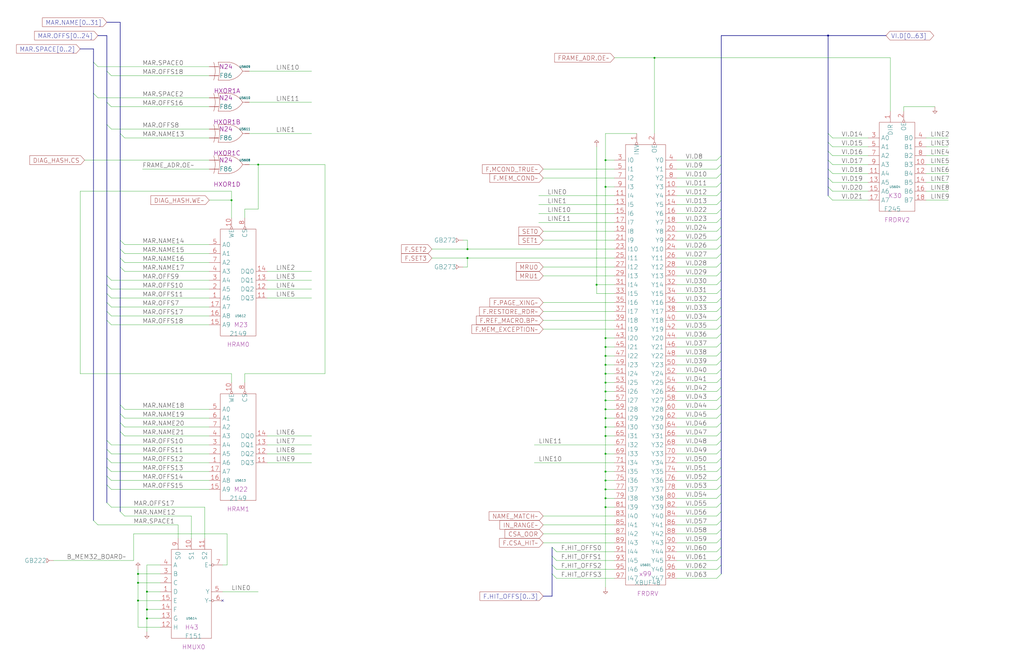
<source format=kicad_sch>
(kicad_sch (version 20220126) (generator eeschema)
  (paper "User" 584.2 378.46)
  (title_block (title "HASH FUNCTION / FRAME DRIVER") (date "20-MAR-90") (rev "1.0") (comment 1 "FIU") (comment 2 "232-003065") (comment 3 "S400") (comment 4 "RELEASED"))
  (lib_symbols
    (symbol "r1000:2149" (pin_names (offset 1.016))
      (property "Reference" "U" (at 2.54 5.08 0))
      (property "Value" "2149" (at -3.81 -5.08 0))
      (property "Location" "___" (at -1.27 0 0))
      (property "Name" "______" (at 1.27 -12.7 0))
      (symbol "2149_1_1"
        (pin input line (at -15.24 15.24 0) (length 6.35) (name "A6") (number "1"))
        (pin input line (at -2.54 60.96 270) (length 5.08) (name "WE") (number "10"))
        (pin bidirectional line (at 17.78 15.24 180) (length 6.35) (name "DQ3") (number "11"))
        (pin bidirectional line (at 17.78 20.32 180) (length 6.35) (name "DQ2") (number "12"))
        (pin bidirectional line (at 17.78 25.4 180) (length 6.35) (name "DQ1") (number "13"))
        (pin bidirectional line (at 17.78 30.48 180) (length 6.35) (name "DQ0") (number "14"))
        (pin input line (at -15.24 0 0) (length 6.35) (name "A9") (number "15"))
        (pin input line (at -15.24 5.08 0) (length 6.35) (name "A8") (number "16"))
        (pin input line (at -15.24 10.16 0) (length 6.35) (name "A7") (number "17"))
        (pin input line (at -15.24 20.32 0) (length 6.35) (name "A5") (number "2"))
        (pin input line (at -15.24 25.4 0) (length 6.35) (name "A4") (number "3"))
        (pin input line (at -15.24 30.48 0) (length 6.35) (name "A3") (number "4"))
        (pin input line (at -15.24 45.72 0) (length 6.35) (name "A0") (number "5"))
        (pin input line (at -15.24 40.64 0) (length 6.35) (name "A1") (number "6"))
        (pin input line (at -15.24 35.56 0) (length 6.35) (name "A2") (number "7"))
        (pin input line (at 5.08 60.96 270) (length 5.08) (name "CS") (number "8"))
      )
    )
    (symbol "r1000:F151" (pin_names (offset 1.016))
      (property "Reference" "U" (at 2.54 5.08 0))
      (property "Value" "F151" (at -1.27 -5.08 0))
      (property "Location" "___" (at -1.27 0 0))
      (property "Name" "______" (at 3.81 -12.7 0))
      (symbol "F151_1_1"
        (pin input line (at -15.24 20.32 0) (length 6.35) (name "D") (number "1"))
        (pin input line (at 2.54 50.8 270) (length 6.35) (name "S1") (number "10"))
        (pin input line (at 10.16 50.8 270) (length 6.35) (name "S2") (number "11"))
        (pin input line (at -15.24 0 0) (length 6.35) (name "H") (number "12"))
        (pin input line (at -15.24 5.08 0) (length 6.35) (name "G") (number "13"))
        (pin input line (at -15.24 10.16 0) (length 6.35) (name "F") (number "14"))
        (pin input line (at -15.24 15.24 0) (length 6.35) (name "E") (number "15"))
        (pin input line (at -15.24 25.4 0) (length 6.35) (name "C") (number "2"))
        (pin input line (at -15.24 30.48 0) (length 6.35) (name "B") (number "3"))
        (pin input line (at -15.24 35.56 0) (length 6.35) (name "A") (number "4"))
        (pin output line (at 20.32 20.32 180) (length 6.35) (name "Y") (number "5"))
        (pin output line (at 20.32 15.24 180) (length 5.08) (name "Y~") (number "6"))
        (pin input line (at 20.32 35.56 180) (length 5.08) (name "E~") (number "7"))
        (pin input line (at -5.08 50.8 270) (length 6.35) (name "S0") (number "9"))
      )
    )
    (symbol "r1000:F245" (pin_names (offset 1.016))
      (property "Reference" "U" (at 2.54 5.08 0))
      (property "Value" "F245" (at -3.81 -7.62 0))
      (property "Location" "___" (at -1.27 0 0))
      (property "Name" "______" (at 3.81 -15.24 0))
      (symbol "F245_1_1"
        (pin input line (at 0 48.26 270) (length 6.35) (name "DIR") (number "1"))
        (pin bidirectional line (at 20.32 17.78 180) (length 6.35) (name "B3") (number "10"))
        (pin bidirectional line (at -12.7 12.7 0) (length 6.35) (name "A4") (number "11"))
        (pin bidirectional line (at 20.32 12.7 180) (length 6.35) (name "B4") (number "12"))
        (pin bidirectional line (at -12.7 7.62 0) (length 6.35) (name "A5") (number "13"))
        (pin bidirectional line (at 20.32 7.62 180) (length 6.35) (name "B5") (number "14"))
        (pin bidirectional line (at -12.7 2.54 0) (length 6.35) (name "A6") (number "15"))
        (pin bidirectional line (at 20.32 2.54 180) (length 6.35) (name "B6") (number "16"))
        (pin bidirectional line (at -12.7 -2.54 0) (length 6.35) (name "A7") (number "17"))
        (pin bidirectional line (at 20.32 -2.54 180) (length 6.35) (name "B7") (number "18"))
        (pin input line (at 7.62 48.26 270) (length 5.08) (name "OE") (number "2"))
        (pin bidirectional line (at -12.7 33.02 0) (length 6.35) (name "A0") (number "3"))
        (pin bidirectional line (at 20.32 33.02 180) (length 6.35) (name "B0") (number "4"))
        (pin bidirectional line (at -12.7 27.94 0) (length 6.35) (name "A1") (number "5"))
        (pin bidirectional line (at 20.32 27.94 180) (length 6.35) (name "B1") (number "6"))
        (pin bidirectional line (at -12.7 22.86 0) (length 6.35) (name "A2") (number "7"))
        (pin bidirectional line (at 20.32 22.86 180) (length 6.35) (name "B2") (number "8"))
        (pin bidirectional line (at -12.7 17.78 0) (length 6.35) (name "A3") (number "9"))
      )
    )
    (symbol "r1000:F86" (pin_numbers hide) (pin_names hide)
      (property "Reference" "U" (at 12.7 2.54 0))
      (property "Value" "F86" (at 1.905 -2.54 0))
      (property "Location" "___" (at 1.905 2.54 0))
      (property "Name" "______" (at 2.54 -12.7 0))
      (symbol "F86_1_1"
        (pin input line (at -7.62 2.54 0) (length 5.08) (name "D0") (number "1"))
        (pin input line (at -7.62 -2.54 0) (length 5.08) (name "D1") (number "2"))
        (pin output line (at 15.24 0 180) (length 2.54) (name "Q") (number "3"))
      )
    )
    (symbol "r1000:GB" (pin_numbers hide) (pin_names (offset 0) hide)
      (property "Reference" "GB" (at 3.81 0 0))
      (symbol "GB_1_1"
        (pin bidirectional line (at 0 0 0) (length 2.54) (name "") (number "1"))
      )
    )
    (symbol "r1000:PD" (power) (pin_numbers hide) (pin_names hide) (in_bom no)
      (symbol "PD_1_1"
        (pin power_in line (at 0 0 270) (length 2.54) (name "PD") (number "1"))
      )
    )
    (symbol "r1000:PU" (power) (pin_numbers hide) (pin_names hide)
      (symbol "PU_1_1"
        (pin power_in line (at 0 0 90) (length 2.54) (name "PU") (number "1"))
      )
    )
    (symbol "r1000:XBUF48" (pin_names (offset 1.016))
      (property "Reference" "U" (at 2.54 5.08 0))
      (property "Value" "XBUF48" (at -3.81 -5.08 0))
      (property "Location" "___" (at -1.27 0 0))
      (property "Name" "______" (at 3.81 -12.7 0))
      (symbol "XBUF48_1_1"
        (pin input line (at -2.54 251.46 270) (length 5.08) (name "INV") (number "1"))
        (pin tri_state line (at 20.32 220.98 180) (length 6.35) (name "Y3") (number "10"))
        (pin input line (at -15.24 215.9 0) (length 6.35) (name "I4") (number "11"))
        (pin tri_state line (at 20.32 215.9 180) (length 6.35) (name "Y4") (number "12"))
        (pin input line (at -15.24 210.82 0) (length 6.35) (name "I5") (number "13"))
        (pin tri_state line (at 20.32 210.82 180) (length 6.35) (name "Y5") (number "14"))
        (pin input line (at -15.24 205.74 0) (length 6.35) (name "I6") (number "15"))
        (pin tri_state line (at 20.32 205.74 180) (length 6.35) (name "Y6") (number "16"))
        (pin input line (at -15.24 200.66 0) (length 6.35) (name "I7") (number "17"))
        (pin tri_state line (at 20.32 200.66 180) (length 6.35) (name "Y7") (number "18"))
        (pin input line (at -15.24 195.58 0) (length 6.35) (name "I8") (number "19"))
        (pin input line (at 7.62 251.46 270) (length 5.08) (name "OE") (number "2"))
        (pin tri_state line (at 20.32 195.58 180) (length 6.35) (name "Y8") (number "20"))
        (pin input line (at -15.24 190.5 0) (length 6.35) (name "I9") (number "21"))
        (pin tri_state line (at 20.32 190.5 180) (length 6.35) (name "Y9") (number "22"))
        (pin input line (at -15.24 185.42 0) (length 6.35) (name "I10") (number "23"))
        (pin tri_state line (at 20.32 185.42 180) (length 6.35) (name "Y10") (number "24"))
        (pin input line (at -15.24 180.34 0) (length 6.35) (name "I11") (number "25"))
        (pin tri_state line (at 20.32 180.34 180) (length 6.35) (name "Y11") (number "26"))
        (pin input line (at -15.24 175.26 0) (length 6.35) (name "I12") (number "27"))
        (pin tri_state line (at 20.32 175.26 180) (length 6.35) (name "Y12") (number "28"))
        (pin input line (at -15.24 170.18 0) (length 6.35) (name "I13") (number "29"))
        (pin input line (at -15.24 236.22 0) (length 6.35) (name "I0") (number "3"))
        (pin tri_state line (at 20.32 170.18 180) (length 6.35) (name "Y13") (number "30"))
        (pin input line (at -15.24 165.1 0) (length 6.35) (name "I14") (number "31"))
        (pin tri_state line (at 20.32 165.1 180) (length 6.35) (name "Y14") (number "32"))
        (pin input line (at -15.24 160.02 0) (length 6.35) (name "I15") (number "33"))
        (pin tri_state line (at 20.32 160.02 180) (length 6.35) (name "Y15") (number "34"))
        (pin input line (at -15.24 154.94 0) (length 6.35) (name "I16") (number "35"))
        (pin tri_state line (at 20.32 154.94 180) (length 6.35) (name "Y16") (number "36"))
        (pin input line (at -15.24 149.86 0) (length 6.35) (name "I17") (number "37"))
        (pin tri_state line (at 20.32 149.86 180) (length 6.35) (name "Y17") (number "38"))
        (pin input line (at -15.24 144.78 0) (length 6.35) (name "I18") (number "39"))
        (pin tri_state line (at 20.32 236.22 180) (length 6.35) (name "Y0") (number "4"))
        (pin tri_state line (at 20.32 144.78 180) (length 6.35) (name "Y18") (number "40"))
        (pin input line (at -15.24 139.7 0) (length 6.35) (name "I19") (number "41"))
        (pin tri_state line (at 20.32 139.7 180) (length 6.35) (name "Y19") (number "42"))
        (pin input line (at -15.24 134.62 0) (length 6.35) (name "I20") (number "43"))
        (pin tri_state line (at 20.32 134.62 180) (length 6.35) (name "Y20") (number "44"))
        (pin input line (at -15.24 129.54 0) (length 6.35) (name "I21") (number "45"))
        (pin tri_state line (at 20.32 129.54 180) (length 6.35) (name "Y21") (number "46"))
        (pin input line (at -15.24 124.46 0) (length 6.35) (name "I22") (number "47"))
        (pin tri_state line (at 20.32 124.46 180) (length 6.35) (name "Y22") (number "48"))
        (pin input line (at -15.24 119.38 0) (length 6.35) (name "I23") (number "49"))
        (pin input line (at -15.24 231.14 0) (length 6.35) (name "I1") (number "5"))
        (pin tri_state line (at 20.32 119.38 180) (length 6.35) (name "Y23") (number "50"))
        (pin input line (at -15.24 114.3 0) (length 6.35) (name "I24") (number "51"))
        (pin tri_state line (at 20.32 114.3 180) (length 6.35) (name "Y24") (number "52"))
        (pin input line (at -15.24 109.22 0) (length 6.35) (name "I25") (number "53"))
        (pin tri_state line (at 20.32 109.22 180) (length 6.35) (name "Y25") (number "54"))
        (pin input line (at -15.24 104.14 0) (length 6.35) (name "I26") (number "55"))
        (pin tri_state line (at 20.32 104.14 180) (length 6.35) (name "Y26") (number "56"))
        (pin input line (at -15.24 99.06 0) (length 6.35) (name "I27") (number "57"))
        (pin tri_state line (at 20.32 99.06 180) (length 6.35) (name "Y27") (number "58"))
        (pin input line (at -15.24 93.98 0) (length 6.35) (name "I28") (number "59"))
        (pin tri_state line (at 20.32 231.14 180) (length 6.35) (name "Y1") (number "6"))
        (pin tri_state line (at 20.32 93.98 180) (length 6.35) (name "Y28") (number "60"))
        (pin input line (at -15.24 88.9 0) (length 6.35) (name "I29") (number "61"))
        (pin tri_state line (at 20.32 88.9 180) (length 6.35) (name "Y29") (number "62"))
        (pin input line (at -15.24 83.82 0) (length 6.35) (name "I30") (number "63"))
        (pin tri_state line (at 20.32 83.82 180) (length 6.35) (name "Y30") (number "64"))
        (pin input line (at -15.24 78.74 0) (length 6.35) (name "I31") (number "65"))
        (pin tri_state line (at 20.32 78.74 180) (length 6.35) (name "Y31") (number "66"))
        (pin input line (at -15.24 73.66 0) (length 6.35) (name "I32") (number "67"))
        (pin tri_state line (at 20.32 73.66 180) (length 6.35) (name "Y32") (number "68"))
        (pin input line (at -15.24 68.58 0) (length 6.35) (name "I33") (number "69"))
        (pin input line (at -15.24 226.06 0) (length 6.35) (name "I2") (number "7"))
        (pin tri_state line (at 20.32 68.58 180) (length 6.35) (name "Y33") (number "70"))
        (pin input line (at -15.24 63.5 0) (length 6.35) (name "I34") (number "71"))
        (pin tri_state line (at 20.32 63.5 180) (length 6.35) (name "Y34") (number "72"))
        (pin input line (at -15.24 58.42 0) (length 6.35) (name "I35") (number "73"))
        (pin tri_state line (at 20.32 58.42 180) (length 6.35) (name "Y35") (number "74"))
        (pin input line (at -15.24 53.34 0) (length 6.35) (name "I36") (number "75"))
        (pin tri_state line (at 20.32 53.34 180) (length 6.35) (name "Y36") (number "76"))
        (pin input line (at -15.24 48.26 0) (length 6.35) (name "I37") (number "77"))
        (pin tri_state line (at 20.32 48.26 180) (length 6.35) (name "Y37") (number "78"))
        (pin input line (at -15.24 43.18 0) (length 6.35) (name "I38") (number "79"))
        (pin tri_state line (at 20.32 226.06 180) (length 6.35) (name "Y2") (number "8"))
        (pin tri_state line (at 20.32 43.18 180) (length 6.35) (name "Y38") (number "80"))
        (pin input line (at -15.24 38.1 0) (length 6.35) (name "I39") (number "81"))
        (pin tri_state line (at 20.32 38.1 180) (length 6.35) (name "Y39") (number "82"))
        (pin input line (at -15.24 33.02 0) (length 6.35) (name "I40") (number "83"))
        (pin tri_state line (at 20.32 33.02 180) (length 6.35) (name "Y40") (number "84"))
        (pin input line (at -15.24 27.94 0) (length 6.35) (name "I41") (number "85"))
        (pin tri_state line (at 20.32 27.94 180) (length 6.35) (name "Y41") (number "86"))
        (pin input line (at -15.24 22.86 0) (length 6.35) (name "I42") (number "87"))
        (pin tri_state line (at 20.32 22.86 180) (length 6.35) (name "Y42") (number "88"))
        (pin input line (at -15.24 17.78 0) (length 6.35) (name "I43") (number "89"))
        (pin input line (at -15.24 220.98 0) (length 6.35) (name "I3") (number "9"))
        (pin tri_state line (at 20.32 17.78 180) (length 6.35) (name "Y43") (number "90"))
        (pin input line (at -15.24 12.7 0) (length 6.35) (name "I44") (number "91"))
        (pin tri_state line (at 20.32 12.7 180) (length 6.35) (name "Y44") (number "92"))
        (pin input line (at -15.24 7.62 0) (length 6.35) (name "I45") (number "93"))
        (pin tri_state line (at 20.32 7.62 180) (length 6.35) (name "Y45") (number "94"))
        (pin input line (at -15.24 2.54 0) (length 6.35) (name "I46") (number "95"))
        (pin tri_state line (at 20.32 2.54 180) (length 6.35) (name "Y46") (number "96"))
        (pin input line (at -15.24 -2.54 0) (length 6.35) (name "I47") (number "97"))
        (pin tri_state line (at 20.32 -2.54 180) (length 6.35) (name "Y47") (number "98"))
      )
    )
  )
  (bus (pts (xy 314.96 312.42) (xy 314.96 317.5)))
  (bus (pts (xy 314.96 317.5) (xy 314.96 322.58)))
  (bus (pts (xy 314.96 322.58) (xy 314.96 327.66)))
  (bus (pts (xy 314.96 327.66) (xy 314.96 340.36)))
  (bus (pts (xy 314.96 340.36) (xy 309.88 340.36)))
  (bus (pts (xy 411.48 104.14) (xy 411.48 109.22)))
  (bus (pts (xy 411.48 109.22) (xy 411.48 114.3)))
  (bus (pts (xy 411.48 114.3) (xy 411.48 119.38)))
  (bus (pts (xy 411.48 119.38) (xy 411.48 124.46)))
  (bus (pts (xy 411.48 129.54) (xy 411.48 124.46)))
  (bus (pts (xy 411.48 134.62) (xy 411.48 129.54)))
  (bus (pts (xy 411.48 139.7) (xy 411.48 134.62)))
  (bus (pts (xy 411.48 144.78) (xy 411.48 139.7)))
  (bus (pts (xy 411.48 149.86) (xy 411.48 144.78)))
  (bus (pts (xy 411.48 154.94) (xy 411.48 149.86)))
  (bus (pts (xy 411.48 160.02) (xy 411.48 154.94)))
  (bus (pts (xy 411.48 165.1) (xy 411.48 160.02)))
  (bus (pts (xy 411.48 170.18) (xy 411.48 165.1)))
  (bus (pts (xy 411.48 175.26) (xy 411.48 170.18)))
  (bus (pts (xy 411.48 180.34) (xy 411.48 175.26)))
  (bus (pts (xy 411.48 185.42) (xy 411.48 180.34)))
  (bus (pts (xy 411.48 190.5) (xy 411.48 185.42)))
  (bus (pts (xy 411.48 195.58) (xy 411.48 190.5)))
  (bus (pts (xy 411.48 20.32) (xy 472.44 20.32)))
  (bus (pts (xy 411.48 200.66) (xy 411.48 195.58)))
  (bus (pts (xy 411.48 205.74) (xy 411.48 200.66)))
  (bus (pts (xy 411.48 210.82) (xy 411.48 205.74)))
  (bus (pts (xy 411.48 210.82) (xy 411.48 215.9)))
  (bus (pts (xy 411.48 220.98) (xy 411.48 215.9)))
  (bus (pts (xy 411.48 226.06) (xy 411.48 220.98)))
  (bus (pts (xy 411.48 226.06) (xy 411.48 231.14)))
  (bus (pts (xy 411.48 231.14) (xy 411.48 236.22)))
  (bus (pts (xy 411.48 236.22) (xy 411.48 241.3)))
  (bus (pts (xy 411.48 241.3) (xy 411.48 246.38)))
  (bus (pts (xy 411.48 251.46) (xy 411.48 246.38)))
  (bus (pts (xy 411.48 256.54) (xy 411.48 251.46)))
  (bus (pts (xy 411.48 261.62) (xy 411.48 256.54)))
  (bus (pts (xy 411.48 266.7) (xy 411.48 261.62)))
  (bus (pts (xy 411.48 271.78) (xy 411.48 266.7)))
  (bus (pts (xy 411.48 276.86) (xy 411.48 271.78)))
  (bus (pts (xy 411.48 281.94) (xy 411.48 276.86)))
  (bus (pts (xy 411.48 287.02) (xy 411.48 281.94)))
  (bus (pts (xy 411.48 292.1) (xy 411.48 287.02)))
  (bus (pts (xy 411.48 297.18) (xy 411.48 292.1)))
  (bus (pts (xy 411.48 302.26) (xy 411.48 297.18)))
  (bus (pts (xy 411.48 307.34) (xy 411.48 302.26)))
  (bus (pts (xy 411.48 312.42) (xy 411.48 307.34)))
  (bus (pts (xy 411.48 317.5) (xy 411.48 312.42)))
  (bus (pts (xy 411.48 322.58) (xy 411.48 317.5)))
  (bus (pts (xy 411.48 327.66) (xy 411.48 322.58)))
  (bus (pts (xy 411.48 88.9) (xy 411.48 20.32)))
  (bus (pts (xy 411.48 88.9) (xy 411.48 93.98)))
  (bus (pts (xy 411.48 93.98) (xy 411.48 99.06)))
  (bus (pts (xy 411.48 99.06) (xy 411.48 104.14)))
  (bus (pts (xy 45.72 27.94) (xy 53.34 27.94)))
  (bus (pts (xy 472.44 101.6) (xy 472.44 106.68)))
  (bus (pts (xy 472.44 106.68) (xy 472.44 111.76)))
  (bus (pts (xy 472.44 20.32) (xy 472.44 76.2)))
  (bus (pts (xy 472.44 20.32) (xy 505.46 20.32)))
  (bus (pts (xy 472.44 76.2) (xy 472.44 81.28)))
  (bus (pts (xy 472.44 81.28) (xy 472.44 86.36)))
  (bus (pts (xy 472.44 86.36) (xy 472.44 91.44)))
  (bus (pts (xy 472.44 91.44) (xy 472.44 96.52)))
  (bus (pts (xy 472.44 96.52) (xy 472.44 101.6)))
  (bus (pts (xy 53.34 27.94) (xy 53.34 35.56)))
  (bus (pts (xy 53.34 35.56) (xy 53.34 53.34)))
  (bus (pts (xy 53.34 53.34) (xy 53.34 297.18)))
  (bus (pts (xy 55.88 20.32) (xy 60.96 20.32)))
  (bus (pts (xy 60.96 12.7) (xy 68.58 12.7)))
  (bus (pts (xy 60.96 157.48) (xy 60.96 162.56)))
  (bus (pts (xy 60.96 162.56) (xy 60.96 167.64)))
  (bus (pts (xy 60.96 167.64) (xy 60.96 172.72)))
  (bus (pts (xy 60.96 172.72) (xy 60.96 177.8)))
  (bus (pts (xy 60.96 177.8) (xy 60.96 182.88)))
  (bus (pts (xy 60.96 182.88) (xy 60.96 251.46)))
  (bus (pts (xy 60.96 20.32) (xy 60.96 40.64)))
  (bus (pts (xy 60.96 251.46) (xy 60.96 256.54)))
  (bus (pts (xy 60.96 256.54) (xy 60.96 261.62)))
  (bus (pts (xy 60.96 261.62) (xy 60.96 266.7)))
  (bus (pts (xy 60.96 266.7) (xy 60.96 271.78)))
  (bus (pts (xy 60.96 271.78) (xy 60.96 276.86)))
  (bus (pts (xy 60.96 276.86) (xy 60.96 287.02)))
  (bus (pts (xy 60.96 40.64) (xy 60.96 58.42)))
  (bus (pts (xy 60.96 58.42) (xy 60.96 71.12)))
  (bus (pts (xy 60.96 71.12) (xy 60.96 157.48)))
  (bus (pts (xy 68.58 12.7) (xy 68.58 76.2)))
  (bus (pts (xy 68.58 137.16) (xy 68.58 142.24)))
  (bus (pts (xy 68.58 142.24) (xy 68.58 147.32)))
  (bus (pts (xy 68.58 147.32) (xy 68.58 152.4)))
  (bus (pts (xy 68.58 152.4) (xy 68.58 231.14)))
  (bus (pts (xy 68.58 231.14) (xy 68.58 236.22)))
  (bus (pts (xy 68.58 236.22) (xy 68.58 241.3)))
  (bus (pts (xy 68.58 241.3) (xy 68.58 246.38)))
  (bus (pts (xy 68.58 246.38) (xy 68.58 292.1)))
  (bus (pts (xy 68.58 76.2) (xy 68.58 137.16)))
  (wire (pts (xy 101.6 299.72) (xy 55.88 299.72)))
  (wire (pts (xy 101.6 307.34) (xy 101.6 299.72)))
  (wire (pts (xy 109.22 294.64) (xy 71.12 294.64)))
  (wire (pts (xy 109.22 307.34) (xy 109.22 294.64)))
  (wire (pts (xy 116.84 289.56) (xy 63.5 289.56)))
  (wire (pts (xy 116.84 307.34) (xy 116.84 289.56)))
  (wire (pts (xy 119.38 114.3) (xy 132.08 114.3)))
  (wire (pts (xy 127 337.82) (xy 147.32 337.82)))
  (wire (pts (xy 129.54 304.8) (xy 129.54 322.58)))
  (wire (pts (xy 129.54 322.58) (xy 127 322.58)))
  (wire (pts (xy 132.08 109.22) (xy 132.08 114.3)))
  (wire (pts (xy 132.08 114.3) (xy 132.08 124.46)))
  (wire (pts (xy 132.08 213.36) (xy 45.72 213.36)))
  (wire (pts (xy 132.08 218.44) (xy 132.08 213.36)))
  (wire (pts (xy 139.7 119.38) (xy 139.7 124.46)))
  (wire (pts (xy 139.7 213.36) (xy 185.42 213.36)))
  (wire (pts (xy 139.7 218.44) (xy 139.7 213.36)))
  (wire (pts (xy 142.24 40.64) (xy 177.8 40.64)))
  (wire (pts (xy 142.24 58.42) (xy 177.8 58.42)))
  (wire (pts (xy 142.24 76.2) (xy 177.8 76.2)))
  (wire (pts (xy 142.24 93.98) (xy 147.32 93.98)))
  (wire (pts (xy 147.32 119.38) (xy 139.7 119.38)))
  (wire (pts (xy 147.32 93.98) (xy 147.32 119.38)))
  (wire (pts (xy 152.4 154.94) (xy 177.8 154.94)))
  (wire (pts (xy 152.4 160.02) (xy 177.8 160.02)))
  (wire (pts (xy 152.4 165.1) (xy 177.8 165.1)))
  (wire (pts (xy 152.4 170.18) (xy 177.8 170.18)))
  (wire (pts (xy 152.4 248.92) (xy 177.8 248.92)))
  (wire (pts (xy 152.4 254) (xy 177.8 254)))
  (wire (pts (xy 152.4 259.08) (xy 177.8 259.08)))
  (wire (pts (xy 152.4 264.16) (xy 177.8 264.16)))
  (wire (pts (xy 185.42 213.36) (xy 185.42 93.98)))
  (wire (pts (xy 185.42 93.98) (xy 147.32 93.98)))
  (wire (pts (xy 246.38 142.24) (xy 266.7 142.24)))
  (wire (pts (xy 246.38 147.32) (xy 266.7 147.32)))
  (wire (pts (xy 264.16 137.16) (xy 266.7 137.16)))
  (wire (pts (xy 264.16 152.4) (xy 266.7 152.4)))
  (wire (pts (xy 266.7 142.24) (xy 266.7 137.16)))
  (wire (pts (xy 266.7 142.24) (xy 350.52 142.24)))
  (wire (pts (xy 266.7 147.32) (xy 266.7 152.4)))
  (wire (pts (xy 266.7 147.32) (xy 350.52 147.32)))
  (wire (pts (xy 30.48 320.04) (xy 76.2 320.04)))
  (wire (pts (xy 304.8 254) (xy 350.52 254)))
  (wire (pts (xy 304.8 264.16) (xy 350.52 264.16)))
  (wire (pts (xy 307.34 111.76) (xy 350.52 111.76)))
  (wire (pts (xy 307.34 116.84) (xy 350.52 116.84)))
  (wire (pts (xy 307.34 121.92) (xy 350.52 121.92)))
  (wire (pts (xy 307.34 127) (xy 350.52 127)))
  (wire (pts (xy 309.88 101.6) (xy 350.52 101.6)))
  (wire (pts (xy 309.88 132.08) (xy 350.52 132.08)))
  (wire (pts (xy 309.88 137.16) (xy 350.52 137.16)))
  (wire (pts (xy 309.88 152.4) (xy 350.52 152.4)))
  (wire (pts (xy 309.88 157.48) (xy 350.52 157.48)))
  (wire (pts (xy 309.88 172.72) (xy 350.52 172.72)))
  (wire (pts (xy 309.88 177.8) (xy 350.52 177.8)))
  (wire (pts (xy 309.88 182.88) (xy 350.52 182.88)))
  (wire (pts (xy 309.88 187.96) (xy 350.52 187.96)))
  (wire (pts (xy 309.88 294.64) (xy 350.52 294.64)))
  (wire (pts (xy 309.88 299.72) (xy 350.52 299.72)))
  (wire (pts (xy 309.88 304.8) (xy 350.52 304.8)))
  (wire (pts (xy 309.88 309.88) (xy 350.52 309.88)))
  (wire (pts (xy 309.88 96.52) (xy 350.52 96.52)))
  (wire (pts (xy 317.5 314.96) (xy 350.52 314.96)))
  (wire (pts (xy 317.5 320.04) (xy 350.52 320.04)))
  (wire (pts (xy 317.5 325.12) (xy 350.52 325.12)))
  (wire (pts (xy 317.5 330.2) (xy 350.52 330.2)))
  (wire (pts (xy 340.36 167.64) (xy 340.36 162.56)))
  (wire (pts (xy 340.36 167.64) (xy 350.52 167.64)))
  (wire (pts (xy 340.36 83.82) (xy 340.36 162.56)))
  (wire (pts (xy 345.44 106.68) (xy 345.44 193.04)))
  (wire (pts (xy 345.44 106.68) (xy 350.52 106.68)))
  (wire (pts (xy 345.44 193.04) (xy 345.44 198.12)))
  (wire (pts (xy 345.44 198.12) (xy 345.44 203.2)))
  (wire (pts (xy 345.44 198.12) (xy 350.52 198.12)))
  (wire (pts (xy 345.44 203.2) (xy 345.44 208.28)))
  (wire (pts (xy 345.44 203.2) (xy 350.52 203.2)))
  (wire (pts (xy 345.44 208.28) (xy 350.52 208.28)))
  (wire (pts (xy 345.44 213.36) (xy 345.44 208.28)))
  (wire (pts (xy 345.44 213.36) (xy 345.44 218.44)))
  (wire (pts (xy 345.44 218.44) (xy 345.44 223.52)))
  (wire (pts (xy 345.44 218.44) (xy 350.52 218.44)))
  (wire (pts (xy 345.44 223.52) (xy 345.44 228.6)))
  (wire (pts (xy 345.44 223.52) (xy 350.52 223.52)))
  (wire (pts (xy 345.44 228.6) (xy 345.44 233.68)))
  (wire (pts (xy 345.44 228.6) (xy 350.52 228.6)))
  (wire (pts (xy 345.44 233.68) (xy 345.44 238.76)))
  (wire (pts (xy 345.44 233.68) (xy 350.52 233.68)))
  (wire (pts (xy 345.44 238.76) (xy 345.44 243.84)))
  (wire (pts (xy 345.44 238.76) (xy 350.52 238.76)))
  (wire (pts (xy 345.44 243.84) (xy 345.44 248.92)))
  (wire (pts (xy 345.44 243.84) (xy 350.52 243.84)))
  (wire (pts (xy 345.44 248.92) (xy 345.44 259.08)))
  (wire (pts (xy 345.44 248.92) (xy 350.52 248.92)))
  (wire (pts (xy 345.44 259.08) (xy 345.44 269.24)))
  (wire (pts (xy 345.44 259.08) (xy 350.52 259.08)))
  (wire (pts (xy 345.44 269.24) (xy 345.44 274.32)))
  (wire (pts (xy 345.44 269.24) (xy 350.52 269.24)))
  (wire (pts (xy 345.44 274.32) (xy 345.44 279.4)))
  (wire (pts (xy 345.44 274.32) (xy 350.52 274.32)))
  (wire (pts (xy 345.44 279.4) (xy 345.44 284.48)))
  (wire (pts (xy 345.44 279.4) (xy 350.52 279.4)))
  (wire (pts (xy 345.44 284.48) (xy 345.44 289.56)))
  (wire (pts (xy 345.44 284.48) (xy 350.52 284.48)))
  (wire (pts (xy 345.44 289.56) (xy 350.52 289.56)))
  (wire (pts (xy 345.44 335.28) (xy 345.44 289.56)))
  (wire (pts (xy 345.44 76.2) (xy 363.22 76.2)))
  (wire (pts (xy 345.44 91.44) (xy 345.44 106.68)))
  (wire (pts (xy 345.44 91.44) (xy 345.44 76.2)))
  (wire (pts (xy 350.52 162.56) (xy 340.36 162.56)))
  (wire (pts (xy 350.52 193.04) (xy 345.44 193.04)))
  (wire (pts (xy 350.52 213.36) (xy 345.44 213.36)))
  (wire (pts (xy 350.52 33.02) (xy 373.38 33.02)))
  (wire (pts (xy 350.52 91.44) (xy 345.44 91.44)))
  (wire (pts (xy 373.38 33.02) (xy 373.38 76.2)))
  (wire (pts (xy 373.38 33.02) (xy 508 33.02)))
  (wire (pts (xy 386.08 101.6) (xy 408.94 101.6)))
  (wire (pts (xy 386.08 106.68) (xy 408.94 106.68)))
  (wire (pts (xy 386.08 111.76) (xy 408.94 111.76)))
  (wire (pts (xy 386.08 116.84) (xy 408.94 116.84)))
  (wire (pts (xy 386.08 121.92) (xy 408.94 121.92)))
  (wire (pts (xy 386.08 127) (xy 408.94 127)))
  (wire (pts (xy 386.08 132.08) (xy 408.94 132.08)))
  (wire (pts (xy 386.08 137.16) (xy 408.94 137.16)))
  (wire (pts (xy 386.08 142.24) (xy 408.94 142.24)))
  (wire (pts (xy 386.08 147.32) (xy 408.94 147.32)))
  (wire (pts (xy 386.08 152.4) (xy 408.94 152.4)))
  (wire (pts (xy 386.08 157.48) (xy 408.94 157.48)))
  (wire (pts (xy 386.08 162.56) (xy 408.94 162.56)))
  (wire (pts (xy 386.08 167.64) (xy 408.94 167.64)))
  (wire (pts (xy 386.08 172.72) (xy 408.94 172.72)))
  (wire (pts (xy 386.08 177.8) (xy 408.94 177.8)))
  (wire (pts (xy 386.08 182.88) (xy 408.94 182.88)))
  (wire (pts (xy 386.08 187.96) (xy 408.94 187.96)))
  (wire (pts (xy 386.08 193.04) (xy 408.94 193.04)))
  (wire (pts (xy 386.08 198.12) (xy 408.94 198.12)))
  (wire (pts (xy 386.08 203.2) (xy 408.94 203.2)))
  (wire (pts (xy 386.08 208.28) (xy 408.94 208.28)))
  (wire (pts (xy 386.08 213.36) (xy 408.94 213.36)))
  (wire (pts (xy 386.08 218.44) (xy 408.94 218.44)))
  (wire (pts (xy 386.08 223.52) (xy 408.94 223.52)))
  (wire (pts (xy 386.08 228.6) (xy 408.94 228.6)))
  (wire (pts (xy 386.08 233.68) (xy 408.94 233.68)))
  (wire (pts (xy 386.08 238.76) (xy 408.94 238.76)))
  (wire (pts (xy 386.08 243.84) (xy 408.94 243.84)))
  (wire (pts (xy 386.08 248.92) (xy 408.94 248.92)))
  (wire (pts (xy 386.08 254) (xy 408.94 254)))
  (wire (pts (xy 386.08 259.08) (xy 408.94 259.08)))
  (wire (pts (xy 386.08 264.16) (xy 408.94 264.16)))
  (wire (pts (xy 386.08 269.24) (xy 408.94 269.24)))
  (wire (pts (xy 386.08 274.32) (xy 408.94 274.32)))
  (wire (pts (xy 386.08 279.4) (xy 408.94 279.4)))
  (wire (pts (xy 386.08 284.48) (xy 408.94 284.48)))
  (wire (pts (xy 386.08 289.56) (xy 408.94 289.56)))
  (wire (pts (xy 386.08 294.64) (xy 408.94 294.64)))
  (wire (pts (xy 386.08 299.72) (xy 408.94 299.72)))
  (wire (pts (xy 386.08 304.8) (xy 408.94 304.8)))
  (wire (pts (xy 386.08 309.88) (xy 408.94 309.88)))
  (wire (pts (xy 386.08 314.96) (xy 408.94 314.96)))
  (wire (pts (xy 386.08 320.04) (xy 408.94 320.04)))
  (wire (pts (xy 386.08 325.12) (xy 408.94 325.12)))
  (wire (pts (xy 386.08 330.2) (xy 408.94 330.2)))
  (wire (pts (xy 386.08 91.44) (xy 408.94 91.44)))
  (wire (pts (xy 386.08 96.52) (xy 408.94 96.52)))
  (wire (pts (xy 45.72 109.22) (xy 132.08 109.22)))
  (wire (pts (xy 45.72 213.36) (xy 45.72 109.22)))
  (wire (pts (xy 474.98 104.14) (xy 495.3 104.14)))
  (wire (pts (xy 474.98 109.22) (xy 495.3 109.22)))
  (wire (pts (xy 474.98 114.3) (xy 495.3 114.3)))
  (wire (pts (xy 474.98 78.74) (xy 495.3 78.74)))
  (wire (pts (xy 474.98 83.82) (xy 495.3 83.82)))
  (wire (pts (xy 474.98 88.9) (xy 495.3 88.9)))
  (wire (pts (xy 474.98 93.98) (xy 495.3 93.98)))
  (wire (pts (xy 474.98 99.06) (xy 495.3 99.06)))
  (wire (pts (xy 48.26 91.44) (xy 119.38 91.44)))
  (wire (pts (xy 508 33.02) (xy 508 63.5)))
  (wire (pts (xy 515.62 60.96) (xy 533.4 60.96)))
  (wire (pts (xy 515.62 63.5) (xy 515.62 60.96)))
  (wire (pts (xy 528.32 104.14) (xy 541.02 104.14)))
  (wire (pts (xy 528.32 109.22) (xy 541.02 109.22)))
  (wire (pts (xy 528.32 114.3) (xy 541.02 114.3)))
  (wire (pts (xy 528.32 78.74) (xy 541.02 78.74)))
  (wire (pts (xy 528.32 83.82) (xy 541.02 83.82)))
  (wire (pts (xy 528.32 88.9) (xy 541.02 88.9)))
  (wire (pts (xy 528.32 93.98) (xy 541.02 93.98)))
  (wire (pts (xy 528.32 99.06) (xy 541.02 99.06)))
  (wire (pts (xy 55.88 38.1) (xy 119.38 38.1)))
  (wire (pts (xy 55.88 55.88) (xy 119.38 55.88)))
  (wire (pts (xy 63.5 160.02) (xy 119.38 160.02)))
  (wire (pts (xy 63.5 165.1) (xy 119.38 165.1)))
  (wire (pts (xy 63.5 170.18) (xy 119.38 170.18)))
  (wire (pts (xy 63.5 175.26) (xy 119.38 175.26)))
  (wire (pts (xy 63.5 180.34) (xy 119.38 180.34)))
  (wire (pts (xy 63.5 185.42) (xy 119.38 185.42)))
  (wire (pts (xy 63.5 254) (xy 119.38 254)))
  (wire (pts (xy 63.5 259.08) (xy 119.38 259.08)))
  (wire (pts (xy 63.5 264.16) (xy 119.38 264.16)))
  (wire (pts (xy 63.5 269.24) (xy 119.38 269.24)))
  (wire (pts (xy 63.5 274.32) (xy 119.38 274.32)))
  (wire (pts (xy 63.5 279.4) (xy 119.38 279.4)))
  (wire (pts (xy 63.5 43.18) (xy 119.38 43.18)))
  (wire (pts (xy 63.5 60.96) (xy 119.38 60.96)))
  (wire (pts (xy 63.5 73.66) (xy 119.38 73.66)))
  (wire (pts (xy 71.12 139.7) (xy 119.38 139.7)))
  (wire (pts (xy 71.12 144.78) (xy 119.38 144.78)))
  (wire (pts (xy 71.12 149.86) (xy 119.38 149.86)))
  (wire (pts (xy 71.12 154.94) (xy 119.38 154.94)))
  (wire (pts (xy 71.12 233.68) (xy 119.38 233.68)))
  (wire (pts (xy 71.12 238.76) (xy 119.38 238.76)))
  (wire (pts (xy 71.12 243.84) (xy 119.38 243.84)))
  (wire (pts (xy 71.12 248.92) (xy 119.38 248.92)))
  (wire (pts (xy 71.12 78.74) (xy 119.38 78.74)))
  (wire (pts (xy 76.2 304.8) (xy 129.54 304.8)))
  (wire (pts (xy 76.2 320.04) (xy 76.2 304.8)))
  (wire (pts (xy 78.74 327.66) (xy 78.74 325.12)))
  (wire (pts (xy 78.74 327.66) (xy 91.44 327.66)))
  (wire (pts (xy 78.74 332.74) (xy 78.74 327.66)))
  (wire (pts (xy 78.74 332.74) (xy 91.44 332.74)))
  (wire (pts (xy 78.74 342.9) (xy 78.74 332.74)))
  (wire (pts (xy 78.74 358.14) (xy 78.74 342.9)))
  (wire (pts (xy 81.28 96.52) (xy 119.38 96.52)))
  (wire (pts (xy 83.82 322.58) (xy 83.82 337.82)))
  (wire (pts (xy 83.82 337.82) (xy 83.82 347.98)))
  (wire (pts (xy 83.82 337.82) (xy 91.44 337.82)))
  (wire (pts (xy 83.82 347.98) (xy 83.82 353.06)))
  (wire (pts (xy 83.82 347.98) (xy 91.44 347.98)))
  (wire (pts (xy 83.82 353.06) (xy 83.82 360.68)))
  (wire (pts (xy 83.82 353.06) (xy 91.44 353.06)))
  (wire (pts (xy 91.44 322.58) (xy 83.82 322.58)))
  (wire (pts (xy 91.44 342.9) (xy 78.74 342.9)))
  (wire (pts (xy 91.44 358.14) (xy 78.74 358.14)))
  (symbol (lib_id "r1000:GB") (at 30.48 320.04 0) (mirror y) (unit 1)
    (property "Reference" "GB222" (at 26.67 320.04 0) (effects (font (size 2.54 2.54)) (justify left)))
    (property "Value" "GB" (effects hide))
  )
  (label "B_MEM32_BOARD~" (at 38.1 320.04 0) (effects (font (size 2.54 2.54))))
  (global_label "MAR.SPACE[0..2]" (shape input) (at 45.72 27.94 180) (effects (font (size 2.54 2.54))) (property "Intersheet References" "${INTERSHEET_REFS}" (at 9.4464 27.7813 0) (effects (font (size 1.905 1.905)) (justify right))))
  (global_label "DIAG_HASH.CS" (shape input) (at 48.26 91.44 180) (effects (font (size 2.54 2.54))) (property "Intersheet References" "${INTERSHEET_REFS}" (at 16.9454 91.2813 0) (effects (font (size 1.905 1.905)) (justify right))))
  (bus_entry (at 53.34 35.56) (size 2.54 2.54))
  (bus_entry (at 53.34 53.34) (size 2.54 2.54))
  (bus_entry (at 53.34 297.18) (size 2.54 2.54))
  (global_label "MAR.OFFS[0..24]" (shape input) (at 55.88 20.32 180) (effects (font (size 2.54 2.54))) (property "Intersheet References" "${INTERSHEET_REFS}" (at 19.7273 20.1613 0) (effects (font (size 1.905 1.905)) (justify right))))
  (global_label "MAR.NAME[0..31]" (shape input) (at 60.96 12.7 180) (effects (font (size 2.54 2.54))) (property "Intersheet References" "${INTERSHEET_REFS}" (at 24.2026 12.5413 0) (effects (font (size 1.905 1.905)) (justify right))))
  (bus_entry (at 60.96 40.64) (size 2.54 2.54))
  (bus_entry (at 60.96 58.42) (size 2.54 2.54))
  (bus_entry (at 60.96 71.12) (size 2.54 2.54))
  (bus_entry (at 60.96 157.48) (size 2.54 2.54))
  (bus_entry (at 60.96 162.56) (size 2.54 2.54))
  (bus_entry (at 60.96 167.64) (size 2.54 2.54))
  (bus_entry (at 60.96 172.72) (size 2.54 2.54))
  (bus_entry (at 60.96 177.8) (size 2.54 2.54))
  (bus_entry (at 60.96 182.88) (size 2.54 2.54))
  (bus_entry (at 60.96 251.46) (size 2.54 2.54))
  (bus_entry (at 60.96 256.54) (size 2.54 2.54))
  (bus_entry (at 60.96 261.62) (size 2.54 2.54))
  (bus_entry (at 60.96 266.7) (size 2.54 2.54))
  (bus_entry (at 60.96 271.78) (size 2.54 2.54))
  (bus_entry (at 60.96 276.86) (size 2.54 2.54))
  (bus_entry (at 60.96 287.02) (size 2.54 2.54))
  (bus_entry (at 68.58 76.2) (size 2.54 2.54))
  (bus_entry (at 68.58 137.16) (size 2.54 2.54))
  (bus_entry (at 68.58 142.24) (size 2.54 2.54))
  (bus_entry (at 68.58 147.32) (size 2.54 2.54))
  (bus_entry (at 68.58 152.4) (size 2.54 2.54))
  (bus_entry (at 68.58 231.14) (size 2.54 2.54))
  (bus_entry (at 68.58 236.22) (size 2.54 2.54))
  (bus_entry (at 68.58 241.3) (size 2.54 2.54))
  (bus_entry (at 68.58 246.38) (size 2.54 2.54))
  (bus_entry (at 68.58 292.1) (size 2.54 2.54))
  (label "MAR.OFFS17" (at 76.2 289.56 0) (effects (font (size 2.54 2.54))))
  (label "MAR.NAME12" (at 76.2 294.64 0) (effects (font (size 2.54 2.54))))
  (label "MAR.SPACE1" (at 76.2 299.72 0) (effects (font (size 2.54 2.54))))
  (symbol (lib_id "r1000:PU") (at 78.74 325.12 0) (unit 1)
    (property "Reference" "#PWR05607" (effects hide))
    (property "Value" "PU" (effects hide))
  )
  (junction (at 78.74 327.66))
  (junction (at 78.74 332.74))
  (junction (at 78.74 342.9))
  (label "MAR.SPACE0" (at 81.28 38.1 0) (effects (font (size 2.54 2.54))))
  (label "MAR.OFFS18" (at 81.28 43.18 0) (effects (font (size 2.54 2.54))))
  (label "MAR.SPACE2" (at 81.28 55.88 0) (effects (font (size 2.54 2.54))))
  (label "MAR.OFFS16" (at 81.28 60.96 0) (effects (font (size 2.54 2.54))))
  (label "MAR.OFFS8" (at 81.28 73.66 0) (effects (font (size 2.54 2.54))))
  (label "MAR.NAME13" (at 81.28 78.74 0) (effects (font (size 2.54 2.54))))
  (label "FRAME_ADR.OE~" (at 81.28 96.52 0) (effects (font (size 2.54 2.54))))
  (label "MAR.NAME14" (at 81.28 139.7 0) (effects (font (size 2.54 2.54))))
  (label "MAR.NAME15" (at 81.28 144.78 0) (effects (font (size 2.54 2.54))))
  (label "MAR.NAME16" (at 81.28 149.86 0) (effects (font (size 2.54 2.54))))
  (label "MAR.NAME17" (at 81.28 154.94 0) (effects (font (size 2.54 2.54))))
  (label "MAR.OFFS9" (at 81.28 160.02 0) (effects (font (size 2.54 2.54))))
  (label "MAR.OFFS10" (at 81.28 165.1 0) (effects (font (size 2.54 2.54))))
  (label "MAR.OFFS11" (at 81.28 170.18 0) (effects (font (size 2.54 2.54))))
  (label "MAR.OFFS7" (at 81.28 175.26 0) (effects (font (size 2.54 2.54))))
  (label "MAR.OFFS17" (at 81.28 180.34 0) (effects (font (size 2.54 2.54))))
  (label "MAR.OFFS18" (at 81.28 185.42 0) (effects (font (size 2.54 2.54))))
  (label "MAR.NAME18" (at 81.28 233.68 0) (effects (font (size 2.54 2.54))))
  (label "MAR.NAME19" (at 81.28 238.76 0) (effects (font (size 2.54 2.54))))
  (label "MAR.NAME20" (at 81.28 243.84 0) (effects (font (size 2.54 2.54))))
  (label "MAR.NAME21" (at 81.28 248.92 0) (effects (font (size 2.54 2.54))))
  (label "MAR.OFFS10" (at 81.28 254 0) (effects (font (size 2.54 2.54))))
  (label "MAR.OFFS11" (at 81.28 259.08 0) (effects (font (size 2.54 2.54))))
  (label "MAR.OFFS12" (at 81.28 264.16 0) (effects (font (size 2.54 2.54))))
  (label "MAR.OFFS13" (at 81.28 269.24 0) (effects (font (size 2.54 2.54))))
  (label "MAR.OFFS14" (at 81.28 274.32 0) (effects (font (size 2.54 2.54))))
  (label "MAR.OFFS15" (at 81.28 279.4 0) (effects (font (size 2.54 2.54))))
  (junction (at 83.82 337.82))
  (junction (at 83.82 347.98))
  (junction (at 83.82 353.06))
  (symbol (lib_id "r1000:PD") (at 83.82 360.68 0) (unit 1) (in_bom no)
    (property "Reference" "#PWR05608" (effects hide))
    (property "Value" "PD" (effects hide))
  )
  (symbol (lib_id "r1000:F151") (at 106.68 358.14 0) (unit 1)
    (property "Reference" "U5614" (at 109.22 353.06 0))
    (property "Value" "F151" (at 105.41 363.22 0) (effects (font (size 2.54 2.54)) (justify left)))
    (property "Location" "H43" (at 105.41 358.14 0) (effects (font (size 2.54 2.54)) (justify left)))
    (property "Name" "HMUX0" (at 110.49 370.84 0) (effects (font (size 2.54 2.54)) (justify bottom)))
  )
  (global_label "DIAG_HASH.WE~" (shape input) (at 119.38 114.3 180) (effects (font (size 2.54 2.54))) (property "Intersheet References" "${INTERSHEET_REFS}" (at 86.0092 114.1413 0) (effects (font (size 1.905 1.905)) (justify right))))
  (symbol (lib_id "r1000:F86") (at 127 40.64 0) (unit 1)
    (property "Reference" "U5609" (at 139.7 38.1 0))
    (property "Value" "F86" (at 128.905 43.18 0) (effects (font (size 2.54 2.54))))
    (property "Location" "N24" (at 128.905 38.1 0) (effects (font (size 2.54 2.54))))
    (property "Name" "HXOR1A" (at 129.54 53.34 0) (effects (font (size 2.54 2.54)) (justify bottom)))
  )
  (symbol (lib_id "r1000:F86") (at 127 58.42 0) (unit 1)
    (property "Reference" "U5610" (at 139.7 55.88 0))
    (property "Value" "F86" (at 128.905 60.96 0) (effects (font (size 2.54 2.54))))
    (property "Location" "N24" (at 128.905 55.88 0) (effects (font (size 2.54 2.54))))
    (property "Name" "HXOR1B" (at 129.54 71.12 0) (effects (font (size 2.54 2.54)) (justify bottom)))
  )
  (symbol (lib_id "r1000:F86") (at 127 76.2 0) (unit 1)
    (property "Reference" "U5611" (at 139.7 73.66 0))
    (property "Value" "F86" (at 128.905 78.74 0) (effects (font (size 2.54 2.54))))
    (property "Location" "N24" (at 128.905 73.66 0) (effects (font (size 2.54 2.54))))
    (property "Name" "HXOR1C" (at 129.54 88.9 0) (effects (font (size 2.54 2.54)) (justify bottom)))
  )
  (symbol (lib_id "r1000:F86") (at 127 93.98 0) (unit 1)
    (property "Reference" "U5608" (at 139.7 91.44 0))
    (property "Value" "F86" (at 128.905 96.52 0) (effects (font (size 2.54 2.54))))
    (property "Location" "N24" (at 128.905 91.44 0) (effects (font (size 2.54 2.54))))
    (property "Name" "HXOR1D" (at 129.54 106.68 0) (effects (font (size 2.54 2.54)) (justify bottom)))
  )
  (no_connect (at 127 342.9))
  (junction (at 132.08 114.3))
  (label "LINE0" (at 132.08 337.82 0) (effects (font (size 2.54 2.54))))
  (symbol (lib_id "r1000:2149") (at 134.62 185.42 0) (unit 1)
    (property "Reference" "U5612" (at 137.16 180.34 0))
    (property "Value" "2149" (at 130.81 190.5 0) (effects (font (size 2.54 2.54)) (justify left)))
    (property "Location" "M23" (at 133.35 185.42 0) (effects (font (size 2.54 2.54)) (justify left)))
    (property "Name" "HRAM0" (at 135.89 198.12 0) (effects (font (size 2.54 2.54)) (justify bottom)))
  )
  (symbol (lib_id "r1000:2149") (at 134.62 279.4 0) (unit 1)
    (property "Reference" "U5613" (at 137.16 274.32 0))
    (property "Value" "2149" (at 130.81 284.48 0) (effects (font (size 2.54 2.54)) (justify left)))
    (property "Location" "M22" (at 133.35 279.4 0) (effects (font (size 2.54 2.54)) (justify left)))
    (property "Name" "HRAM1" (at 135.89 292.1 0) (effects (font (size 2.54 2.54)) (justify bottom)))
  )
  (junction (at 147.32 93.98))
  (label "LINE10" (at 157.48 40.64 0) (effects (font (size 2.54 2.54))))
  (label "LINE11" (at 157.48 58.42 0) (effects (font (size 2.54 2.54))))
  (label "LINE1" (at 157.48 76.2 0) (effects (font (size 2.54 2.54))))
  (label "LINE2" (at 157.48 154.94 0) (effects (font (size 2.54 2.54))))
  (label "LINE3" (at 157.48 160.02 0) (effects (font (size 2.54 2.54))))
  (label "LINE4" (at 157.48 165.1 0) (effects (font (size 2.54 2.54))))
  (label "LINE5" (at 157.48 170.18 0) (effects (font (size 2.54 2.54))))
  (label "LINE6" (at 157.48 248.92 0) (effects (font (size 2.54 2.54))))
  (label "LINE7" (at 157.48 254 0) (effects (font (size 2.54 2.54))))
  (label "LINE8" (at 157.48 259.08 0) (effects (font (size 2.54 2.54))))
  (label "LINE9" (at 157.48 264.16 0) (effects (font (size 2.54 2.54))))
  (global_label "F.SET2" (shape input) (at 246.38 142.24 180) (effects (font (size 2.54 2.54))) (property "Intersheet References" "${INTERSHEET_REFS}" (at 229.0959 142.0813 0) (effects (font (size 1.905 1.905)) (justify right))))
  (global_label "F.SET3" (shape input) (at 246.38 147.32 180) (effects (font (size 2.54 2.54))) (property "Intersheet References" "${INTERSHEET_REFS}" (at 229.0959 147.1613 0) (effects (font (size 1.905 1.905)) (justify right))))
  (symbol (lib_id "r1000:GB") (at 264.16 137.16 180) (unit 1)
    (property "Reference" "GB272" (at 260.35 137.16 0) (effects (font (size 2.54 2.54)) (justify left)))
    (property "Value" "GB" (effects hide))
  )
  (symbol (lib_id "r1000:GB") (at 264.16 152.4 0) (mirror y) (unit 1)
    (property "Reference" "GB273" (at 260.35 152.4 0) (effects (font (size 2.54 2.54)) (justify left)))
    (property "Value" "GB" (effects hide))
  )
  (junction (at 266.7 142.24))
  (junction (at 266.7 147.32))
  (label "LINE11" (at 307.34 254 0) (effects (font (size 2.54 2.54))))
  (label "LINE10" (at 307.34 264.16 0) (effects (font (size 2.54 2.54))))
  (global_label "F.MCOND_TRUE~" (shape input) (at 309.88 96.52 180) (effects (font (size 2.54 2.54))) (property "Intersheet References" "${INTERSHEET_REFS}" (at 275.1788 96.3613 0) (effects (font (size 1.905 1.905)) (justify right))))
  (global_label "F.MEM_COND~" (shape input) (at 309.88 101.6 180) (effects (font (size 2.54 2.54))) (property "Intersheet References" "${INTERSHEET_REFS}" (at 279.4121 101.4413 0) (effects (font (size 1.905 1.905)) (justify right))))
  (global_label "SET0" (shape input) (at 309.88 132.08 180) (effects (font (size 2.54 2.54))) (property "Intersheet References" "${INTERSHEET_REFS}" (at 295.9826 131.9213 0) (effects (font (size 1.905 1.905)) (justify right))))
  (global_label "SET1" (shape input) (at 309.88 137.16 180) (effects (font (size 2.54 2.54))) (property "Intersheet References" "${INTERSHEET_REFS}" (at 295.9826 137.0013 0) (effects (font (size 1.905 1.905)) (justify right))))
  (global_label "MRU0" (shape input) (at 309.88 152.4 180) (effects (font (size 2.54 2.54))) (property "Intersheet References" "${INTERSHEET_REFS}" (at 294.5311 152.2413 0) (effects (font (size 1.905 1.905)) (justify right))))
  (global_label "MRU1" (shape input) (at 309.88 157.48 180) (effects (font (size 2.54 2.54))) (property "Intersheet References" "${INTERSHEET_REFS}" (at 294.5311 157.3213 0) (effects (font (size 1.905 1.905)) (justify right))))
  (global_label "F.PAGE_XING~" (shape input) (at 309.88 172.72 180) (effects (font (size 2.54 2.54))) (property "Intersheet References" "${INTERSHEET_REFS}" (at 279.533 172.5613 0) (effects (font (size 1.905 1.905)) (justify right))))
  (global_label "F.RESTORE_RDR~" (shape input) (at 309.88 177.8 180) (effects (font (size 2.54 2.54))) (property "Intersheet References" "${INTERSHEET_REFS}" (at 273.6064 177.6413 0) (effects (font (size 1.905 1.905)) (justify right))))
  (global_label "F.REF_MACRO.BP~" (shape input) (at 309.88 182.88 180) (effects (font (size 2.54 2.54))) (property "Intersheet References" "${INTERSHEET_REFS}" (at 271.7921 182.7213 0) (effects (font (size 1.905 1.905)) (justify right))))
  (global_label "F.MEM_EXCEPTION~" (shape input) (at 309.88 187.96 180) (effects (font (size 2.54 2.54))) (property "Intersheet References" "${INTERSHEET_REFS}" (at 269.2521 187.8013 0) (effects (font (size 1.905 1.905)) (justify right))))
  (global_label "NAME_MATCH~" (shape input) (at 309.88 294.64 180) (effects (font (size 2.54 2.54))) (property "Intersheet References" "${INTERSHEET_REFS}" (at 279.0492 294.4813 0) (effects (font (size 1.905 1.905)) (justify right))))
  (global_label "IN_RANGE~" (shape input) (at 309.88 299.72 180) (effects (font (size 2.54 2.54))) (property "Intersheet References" "${INTERSHEET_REFS}" (at 285.2178 299.5613 0) (effects (font (size 1.905 1.905)) (justify right))))
  (global_label "CSA_OOR" (shape input) (at 309.88 304.8 180) (effects (font (size 2.54 2.54))) (property "Intersheet References" "${INTERSHEET_REFS}" (at 288.1207 304.6413 0) (effects (font (size 1.905 1.905)) (justify right))))
  (global_label "F.CSA_HIT~" (shape input) (at 309.88 309.88 180) (effects (font (size 2.54 2.54))) (property "Intersheet References" "${INTERSHEET_REFS}" (at 284.9759 309.7213 0) (effects (font (size 1.905 1.905)) (justify right))))
  (global_label "F.HIT_OFFS[0..3]" (shape input) (at 309.88 340.36 180) (effects (font (size 2.54 2.54))) (property "Intersheet References" "${INTERSHEET_REFS}" (at 273.8483 340.2013 0) (effects (font (size 1.905 1.905)) (justify right))))
  (label "LINE0" (at 312.42 111.76 0) (effects (font (size 2.54 2.54))))
  (label "LINE1" (at 312.42 116.84 0) (effects (font (size 2.54 2.54))))
  (label "LINE10" (at 312.42 121.92 0) (effects (font (size 2.54 2.54))))
  (label "LINE11" (at 312.42 127 0) (effects (font (size 2.54 2.54))))
  (bus_entry (at 314.96 312.42) (size 2.54 2.54))
  (bus_entry (at 314.96 317.5) (size 2.54 2.54))
  (bus_entry (at 314.96 322.58) (size 2.54 2.54))
  (bus_entry (at 314.96 327.66) (size 2.54 2.54))
  (label "F.HIT_OFFS0" (at 320.04 314.96 0) (effects (font (size 2.54 2.54))))
  (label "F.HIT_OFFS1" (at 320.04 320.04 0) (effects (font (size 2.54 2.54))))
  (label "F.HIT_OFFS2" (at 320.04 325.12 0) (effects (font (size 2.54 2.54))))
  (label "F.HIT_OFFS3" (at 320.04 330.2 0) (effects (font (size 2.54 2.54))))
  (symbol (lib_id "r1000:PU") (at 340.36 83.82 0) (unit 1)
    (property "Reference" "#PWR05605" (effects hide))
    (property "Value" "PU" (effects hide))
  )
  (junction (at 340.36 162.56))
  (junction (at 345.44 91.44))
  (junction (at 345.44 106.68))
  (junction (at 345.44 193.04))
  (junction (at 345.44 198.12))
  (junction (at 345.44 203.2))
  (junction (at 345.44 208.28))
  (junction (at 345.44 213.36))
  (junction (at 345.44 218.44))
  (junction (at 345.44 223.52))
  (junction (at 345.44 228.6))
  (junction (at 345.44 233.68))
  (junction (at 345.44 238.76))
  (junction (at 345.44 243.84))
  (junction (at 345.44 248.92))
  (junction (at 345.44 259.08))
  (junction (at 345.44 269.24))
  (junction (at 345.44 274.32))
  (junction (at 345.44 279.4))
  (junction (at 345.44 284.48))
  (junction (at 345.44 289.56))
  (symbol (lib_id "r1000:PD") (at 345.44 335.28 0) (unit 1) (in_bom no)
    (property "Reference" "#PWR05606" (effects hide))
    (property "Value" "PD" (effects hide))
  )
  (global_label "FRAME_ADR.OE~" (shape input) (at 350.52 33.02 180) (effects (font (size 2.54 2.54))) (property "Intersheet References" "${INTERSHEET_REFS}" (at 316.4235 32.8613 0) (effects (font (size 1.905 1.905)) (justify right))))
  (symbol (lib_id "r1000:XBUF48") (at 365.76 327.66 0) (unit 1)
    (property "Reference" "U5601" (at 368.3 322.58 0))
    (property "Value" "XBUF48" (at 361.95 332.74 0) (effects (font (size 2.54 2.54)) (justify left)))
    (property "Location" "x99" (at 364.49 327.66 0) (effects (font (size 2.54 2.54)) (justify left)))
    (property "Name" "FRDRV" (at 369.57 340.36 0) (effects (font (size 2.54 2.54)) (justify bottom)))
  )
  (junction (at 373.38 33.02))
  (label "VI.D8" (at 391.16 91.44 0) (effects (font (size 2.54 2.54))))
  (label "VI.D9" (at 391.16 96.52 0) (effects (font (size 2.54 2.54))))
  (label "VI.D10" (at 391.16 101.6 0) (effects (font (size 2.54 2.54))))
  (label "VI.D11" (at 391.16 106.68 0) (effects (font (size 2.54 2.54))))
  (label "VI.D12" (at 391.16 111.76 0) (effects (font (size 2.54 2.54))))
  (label "VI.D13" (at 391.16 116.84 0) (effects (font (size 2.54 2.54))))
  (label "VI.D22" (at 391.16 121.92 0) (effects (font (size 2.54 2.54))))
  (label "VI.D23" (at 391.16 127 0) (effects (font (size 2.54 2.54))))
  (label "VI.D24" (at 391.16 132.08 0) (effects (font (size 2.54 2.54))))
  (label "VI.D25" (at 391.16 137.16 0) (effects (font (size 2.54 2.54))))
  (label "VI.D26" (at 391.16 142.24 0) (effects (font (size 2.54 2.54))))
  (label "VI.D27" (at 391.16 147.32 0) (effects (font (size 2.54 2.54))))
  (label "VI.D28" (at 391.16 152.4 0) (effects (font (size 2.54 2.54))))
  (label "VI.D29" (at 391.16 157.48 0) (effects (font (size 2.54 2.54))))
  (label "VI.D30" (at 391.16 162.56 0) (effects (font (size 2.54 2.54))))
  (label "VI.D31" (at 391.16 167.64 0) (effects (font (size 2.54 2.54))))
  (label "VI.D32" (at 391.16 172.72 0) (effects (font (size 2.54 2.54))))
  (label "VI.D33" (at 391.16 177.8 0) (effects (font (size 2.54 2.54))))
  (label "VI.D34" (at 391.16 182.88 0) (effects (font (size 2.54 2.54))))
  (label "VI.D35" (at 391.16 187.96 0) (effects (font (size 2.54 2.54))))
  (label "VI.D36" (at 391.16 193.04 0) (effects (font (size 2.54 2.54))))
  (label "VI.D37" (at 391.16 198.12 0) (effects (font (size 2.54 2.54))))
  (label "VI.D38" (at 391.16 203.2 0) (effects (font (size 2.54 2.54))))
  (label "VI.D39" (at 391.16 208.28 0) (effects (font (size 2.54 2.54))))
  (label "VI.D40" (at 391.16 213.36 0) (effects (font (size 2.54 2.54))))
  (label "VI.D41" (at 391.16 218.44 0) (effects (font (size 2.54 2.54))))
  (label "VI.D42" (at 391.16 223.52 0) (effects (font (size 2.54 2.54))))
  (label "VI.D43" (at 391.16 228.6 0) (effects (font (size 2.54 2.54))))
  (label "VI.D44" (at 391.16 233.68 0) (effects (font (size 2.54 2.54))))
  (label "VI.D45" (at 391.16 238.76 0) (effects (font (size 2.54 2.54))))
  (label "VI.D46" (at 391.16 243.84 0) (effects (font (size 2.54 2.54))))
  (label "VI.D47" (at 391.16 248.92 0) (effects (font (size 2.54 2.54))))
  (label "VI.D48" (at 391.16 254 0) (effects (font (size 2.54 2.54))))
  (label "VI.D49" (at 391.16 259.08 0) (effects (font (size 2.54 2.54))))
  (label "VI.D50" (at 391.16 264.16 0) (effects (font (size 2.54 2.54))))
  (label "VI.D51" (at 391.16 269.24 0) (effects (font (size 2.54 2.54))))
  (label "VI.D52" (at 391.16 274.32 0) (effects (font (size 2.54 2.54))))
  (label "VI.D53" (at 391.16 279.4 0) (effects (font (size 2.54 2.54))))
  (label "VI.D54" (at 391.16 284.48 0) (effects (font (size 2.54 2.54))))
  (label "VI.D55" (at 391.16 289.56 0) (effects (font (size 2.54 2.54))))
  (label "VI.D56" (at 391.16 294.64 0) (effects (font (size 2.54 2.54))))
  (label "VI.D57" (at 391.16 299.72 0) (effects (font (size 2.54 2.54))))
  (label "VI.D58" (at 391.16 304.8 0) (effects (font (size 2.54 2.54))))
  (label "VI.D59" (at 391.16 309.88 0) (effects (font (size 2.54 2.54))))
  (label "VI.D60" (at 391.16 314.96 0) (effects (font (size 2.54 2.54))))
  (label "VI.D61" (at 391.16 320.04 0) (effects (font (size 2.54 2.54))))
  (label "VI.D62" (at 391.16 325.12 0) (effects (font (size 2.54 2.54))))
  (label "VI.D63" (at 391.16 330.2 0) (effects (font (size 2.54 2.54))))
  (bus_entry (at 411.48 88.9) (size -2.54 2.54))
  (bus_entry (at 411.48 93.98) (size -2.54 2.54))
  (bus_entry (at 411.48 99.06) (size -2.54 2.54))
  (bus_entry (at 411.48 104.14) (size -2.54 2.54))
  (bus_entry (at 411.48 109.22) (size -2.54 2.54))
  (bus_entry (at 411.48 114.3) (size -2.54 2.54))
  (bus_entry (at 411.48 119.38) (size -2.54 2.54))
  (bus_entry (at 411.48 124.46) (size -2.54 2.54))
  (bus_entry (at 411.48 129.54) (size -2.54 2.54))
  (bus_entry (at 411.48 134.62) (size -2.54 2.54))
  (bus_entry (at 411.48 139.7) (size -2.54 2.54))
  (bus_entry (at 411.48 144.78) (size -2.54 2.54))
  (bus_entry (at 411.48 149.86) (size -2.54 2.54))
  (bus_entry (at 411.48 154.94) (size -2.54 2.54))
  (bus_entry (at 411.48 160.02) (size -2.54 2.54))
  (bus_entry (at 411.48 165.1) (size -2.54 2.54))
  (bus_entry (at 411.48 170.18) (size -2.54 2.54))
  (bus_entry (at 411.48 175.26) (size -2.54 2.54))
  (bus_entry (at 411.48 180.34) (size -2.54 2.54))
  (bus_entry (at 411.48 185.42) (size -2.54 2.54))
  (bus_entry (at 411.48 190.5) (size -2.54 2.54))
  (bus_entry (at 411.48 195.58) (size -2.54 2.54))
  (bus_entry (at 411.48 200.66) (size -2.54 2.54))
  (bus_entry (at 411.48 205.74) (size -2.54 2.54))
  (bus_entry (at 411.48 210.82) (size -2.54 2.54))
  (bus_entry (at 411.48 215.9) (size -2.54 2.54))
  (bus_entry (at 411.48 220.98) (size -2.54 2.54))
  (bus_entry (at 411.48 226.06) (size -2.54 2.54))
  (bus_entry (at 411.48 231.14) (size -2.54 2.54))
  (bus_entry (at 411.48 236.22) (size -2.54 2.54))
  (bus_entry (at 411.48 241.3) (size -2.54 2.54))
  (bus_entry (at 411.48 246.38) (size -2.54 2.54))
  (bus_entry (at 411.48 251.46) (size -2.54 2.54))
  (bus_entry (at 411.48 256.54) (size -2.54 2.54))
  (bus_entry (at 411.48 261.62) (size -2.54 2.54))
  (bus_entry (at 411.48 266.7) (size -2.54 2.54))
  (bus_entry (at 411.48 271.78) (size -2.54 2.54))
  (bus_entry (at 411.48 276.86) (size -2.54 2.54))
  (bus_entry (at 411.48 281.94) (size -2.54 2.54))
  (bus_entry (at 411.48 287.02) (size -2.54 2.54))
  (bus_entry (at 411.48 292.1) (size -2.54 2.54))
  (bus_entry (at 411.48 297.18) (size -2.54 2.54))
  (bus_entry (at 411.48 302.26) (size -2.54 2.54))
  (bus_entry (at 411.48 307.34) (size -2.54 2.54))
  (bus_entry (at 411.48 312.42) (size -2.54 2.54))
  (bus_entry (at 411.48 317.5) (size -2.54 2.54))
  (bus_entry (at 411.48 322.58) (size -2.54 2.54))
  (bus_entry (at 411.48 327.66) (size -2.54 2.54))
  (junction (at 472.44 20.32))
  (bus_entry (at 472.44 76.2) (size 2.54 2.54))
  (bus_entry (at 472.44 81.28) (size 2.54 2.54))
  (bus_entry (at 472.44 86.36) (size 2.54 2.54))
  (bus_entry (at 472.44 91.44) (size 2.54 2.54))
  (bus_entry (at 472.44 96.52) (size 2.54 2.54))
  (bus_entry (at 472.44 101.6) (size 2.54 2.54))
  (bus_entry (at 472.44 106.68) (size 2.54 2.54))
  (bus_entry (at 472.44 111.76) (size 2.54 2.54))
  (label "VI.D14" (at 480.06 78.74 0) (effects (font (size 2.54 2.54))))
  (label "VI.D15" (at 480.06 83.82 0) (effects (font (size 2.54 2.54))))
  (label "VI.D16" (at 480.06 88.9 0) (effects (font (size 2.54 2.54))))
  (label "VI.D17" (at 480.06 93.98 0) (effects (font (size 2.54 2.54))))
  (label "VI.D18" (at 480.06 99.06 0) (effects (font (size 2.54 2.54))))
  (label "VI.D19" (at 480.06 104.14 0) (effects (font (size 2.54 2.54))))
  (label "VI.D20" (at 480.06 109.22 0) (effects (font (size 2.54 2.54))))
  (label "VI.D21" (at 480.06 114.3 0) (effects (font (size 2.54 2.54))))
  (global_label "VI.D[0..63]" (shape bidirectional) (at 505.46 20.32 0) (effects (font (size 2.54 2.54))) (property "Intersheet References" "${INTERSHEET_REFS}" (at 530.485 20.1613 0) (effects (font (size 1.905 1.905)) (justify left))))
  (symbol (lib_id "r1000:F245") (at 508 111.76 0) (unit 1)
    (property "Reference" "U5604" (at 510.54 106.68 0))
    (property "Value" "F245" (at 504.19 119.38 0) (effects (font (size 2.54 2.54)) (justify left)))
    (property "Location" "K30" (at 506.73 111.76 0) (effects (font (size 2.54 2.54)) (justify left)))
    (property "Name" "FRDRV2" (at 511.81 127 0) (effects (font (size 2.54 2.54)) (justify bottom)))
  )
  (label "LINE2" (at 530.86 78.74 0) (effects (font (size 2.54 2.54))))
  (label "LINE3" (at 530.86 83.82 0) (effects (font (size 2.54 2.54))))
  (label "LINE4" (at 530.86 88.9 0) (effects (font (size 2.54 2.54))))
  (label "LINE5" (at 530.86 93.98 0) (effects (font (size 2.54 2.54))))
  (label "LINE6" (at 530.86 99.06 0) (effects (font (size 2.54 2.54))))
  (label "LINE7" (at 530.86 104.14 0) (effects (font (size 2.54 2.54))))
  (label "LINE8" (at 530.86 109.22 0) (effects (font (size 2.54 2.54))))
  (label "LINE9" (at 530.86 114.3 0) (effects (font (size 2.54 2.54))))
  (symbol (lib_id "r1000:PD") (at 533.4 60.96 0) (unit 1) (in_bom no)
    (property "Reference" "#PWR05603" (effects hide))
    (property "Value" "PD" (effects hide))
  )
)
</source>
